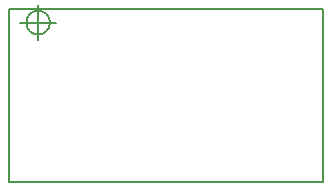
<source format=gm1>
G04 #@! TF.FileFunction,Profile,NP*
%FSLAX46Y46*%
G04 Gerber Fmt 4.6, Leading zero omitted, Abs format (unit mm)*
G04 Created by KiCad (PCBNEW 4.0.4-stable) date 12/09/16 08:24:26*
%MOMM*%
%LPD*%
G01*
G04 APERTURE LIST*
%ADD10C,0.100000*%
%ADD11C,0.150000*%
G04 APERTURE END LIST*
D10*
D11*
X167005000Y-106680000D02*
X140400000Y-106680000D01*
X167005000Y-92075000D02*
X167005000Y-106680000D01*
X140400000Y-92075000D02*
X167005000Y-92075000D01*
X140392000Y-106680000D02*
X140392000Y-92075000D01*
X143875000Y-93218000D02*
G75*
G03X143875000Y-93218000I-1000000J0D01*
G01*
X141375000Y-93218000D02*
X144375000Y-93218000D01*
X142875000Y-91718000D02*
X142875000Y-94718000D01*
M02*

</source>
